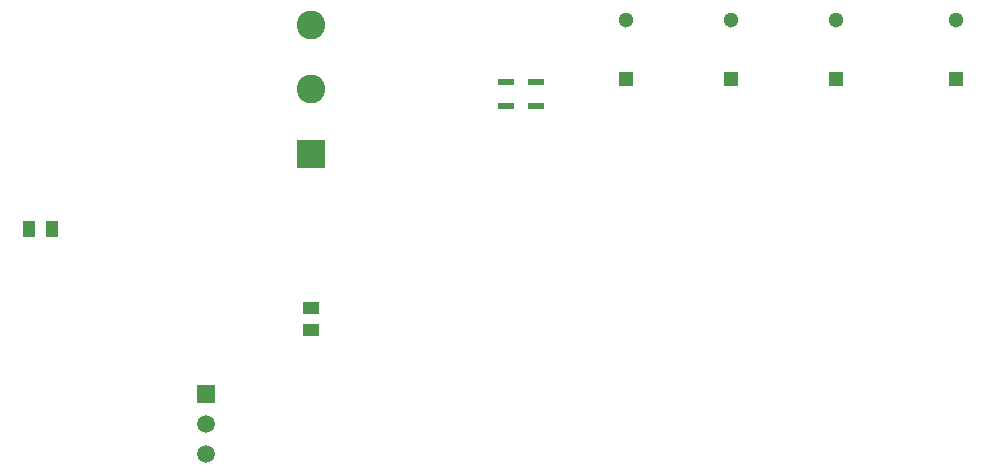
<source format=gts>
%TF.GenerationSoftware,KiCad,Pcbnew,5.1.9+dfsg1-1+deb11u1*%
%TF.CreationDate,2023-05-03T00:18:42-05:00*%
%TF.ProjectId,PCB Test Design,50434220-5465-4737-9420-44657369676e,rev?*%
%TF.SameCoordinates,Original*%
%TF.FileFunction,Soldermask,Top*%
%TF.FilePolarity,Negative*%
%FSLAX46Y46*%
G04 Gerber Fmt 4.6, Leading zero omitted, Abs format (unit mm)*
G04 Created by KiCad (PCBNEW 5.1.9+dfsg1-1+deb11u1) date 2023-05-03 00:18:42*
%MOMM*%
%LPD*%
G01*
G04 APERTURE LIST*
%ADD10R,1.300000X1.300000*%
%ADD11C,1.300000*%
%ADD12R,1.470000X0.620000*%
%ADD13R,1.400000X1.000000*%
%ADD14R,1.000000X1.400000*%
%ADD15R,1.515000X1.515000*%
%ADD16C,1.515000*%
%ADD17C,2.430000*%
%ADD18R,2.430000X2.430000*%
G04 APERTURE END LIST*
D10*
%TO.C, *%
X177800000Y-77470000D03*
D11*
X177800000Y-72470000D03*
%TD*%
D10*
%TO.C, *%
X168910000Y-77470000D03*
D11*
X168910000Y-72470000D03*
%TD*%
D10*
%TO.C, *%
X160020000Y-77470000D03*
D11*
X160020000Y-72470000D03*
%TD*%
D10*
%TO.C,C2 (6KV\u002C 33pF)*%
X187960000Y-77470000D03*
D11*
X187960000Y-72470000D03*
%TD*%
D12*
%TO.C, *%
X149860000Y-77740000D03*
X149860000Y-79740000D03*
%TD*%
%TO.C,C\u002A\u002A*%
X152400000Y-77740000D03*
X152400000Y-79740000D03*
%TD*%
%TO.C,C\u002A\u002A*%
X152400000Y-77740000D03*
X152400000Y-79740000D03*
%TD*%
D13*
%TO.C,R1 (.5W\u002C 1KOhm)*%
X133350000Y-98740000D03*
X133350000Y-96840000D03*
%TD*%
D14*
%TO.C,R1 (.5W\u002C 1KOhm)*%
X109540000Y-90170000D03*
X111440000Y-90170000D03*
%TD*%
D15*
%TO.C,VR\u002A\u002A*%
X124460000Y-104140000D03*
D16*
X124460000Y-106680000D03*
X124460000Y-109220000D03*
%TD*%
D17*
%TO.C,Q\u002A\u002A*%
X133350000Y-72920000D03*
X133350000Y-78370000D03*
D18*
X133350000Y-83820000D03*
%TD*%
M02*

</source>
